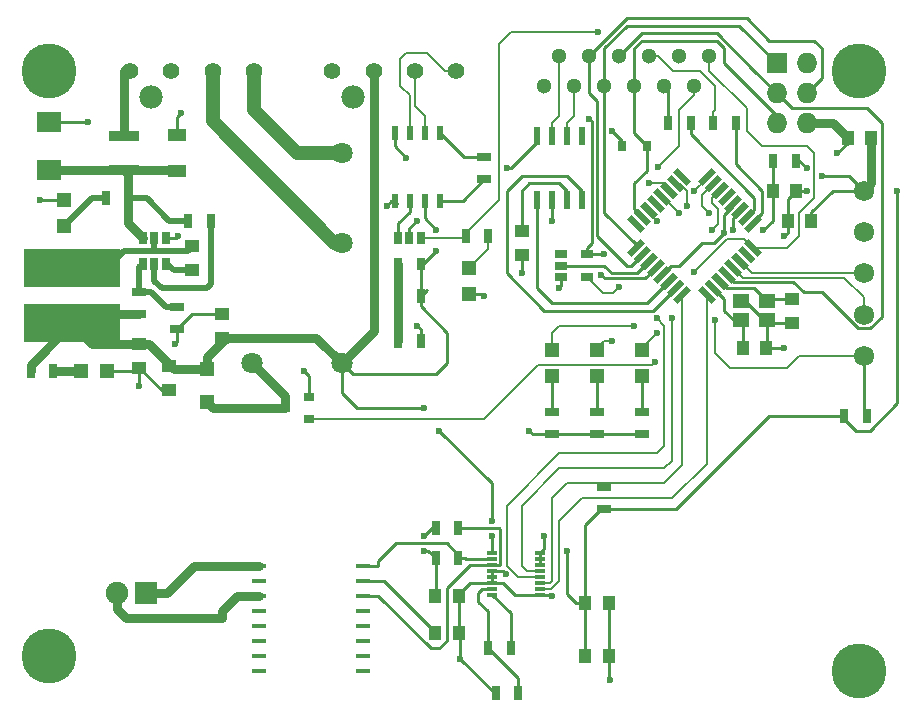
<source format=gtl>
G04 #@! TF.FileFunction,Copper,L1,Top,Signal*
%FSLAX46Y46*%
G04 Gerber Fmt 4.6, Leading zero omitted, Abs format (unit mm)*
G04 Created by KiCad (PCBNEW 4.0.7-e2-6376~58~ubuntu14.04.1) date Thu Feb  8 20:55:41 2018*
%MOMM*%
%LPD*%
G01*
G04 APERTURE LIST*
%ADD10C,0.100000*%
%ADD11R,1.200000X0.300000*%
%ADD12R,0.889000X0.305000*%
%ADD13R,1.600000X1.000000*%
%ADD14R,1.000000X1.250000*%
%ADD15R,1.250000X1.000000*%
%ADD16R,1.200000X1.200000*%
%ADD17R,2.159000X1.778000*%
%ADD18R,2.500000X0.900000*%
%ADD19C,4.648200*%
%ADD20C,1.397000*%
%ADD21C,1.981000*%
%ADD22R,1.900000X1.900000*%
%ADD23C,1.900000*%
%ADD24C,1.800000*%
%ADD25R,8.200000X3.300000*%
%ADD26R,1.727200X1.727200*%
%ADD27O,1.727200X1.727200*%
%ADD28R,0.900000X0.800000*%
%ADD29R,0.700000X1.300000*%
%ADD30R,1.300000X0.700000*%
%ADD31R,0.800000X0.900000*%
%ADD32C,1.300000*%
%ADD33R,0.600000X1.550000*%
%ADD34R,0.650000X1.060000*%
%ADD35R,1.060000X0.650000*%
%ADD36R,0.490000X1.270000*%
%ADD37R,1.400000X1.200000*%
%ADD38C,1.724000*%
%ADD39C,0.600000*%
%ADD40C,0.508000*%
%ADD41C,0.762000*%
%ADD42C,0.254000*%
%ADD43C,0.152400*%
%ADD44C,1.200000*%
G04 APERTURE END LIST*
D10*
D11*
X154850000Y-116840000D03*
X146050000Y-107950000D03*
X146050000Y-109220000D03*
X146050000Y-110490000D03*
X146050000Y-111760000D03*
X146050000Y-113030000D03*
X146050000Y-114300000D03*
X146050000Y-115570000D03*
X146050000Y-116840000D03*
X154850000Y-115570000D03*
X154850000Y-114300000D03*
X154850000Y-113030000D03*
X154850000Y-111760000D03*
X154850000Y-110490000D03*
X154850000Y-109220000D03*
X154850000Y-107950000D03*
D12*
X169820000Y-110395000D03*
X169820000Y-109895000D03*
X169820000Y-109395000D03*
X169820000Y-108895000D03*
X169820000Y-108395000D03*
X169820000Y-107895000D03*
X169820000Y-107395000D03*
X169820000Y-106895000D03*
X165720001Y-106895000D03*
X165720001Y-107395000D03*
X165720001Y-107895000D03*
X165720001Y-108395000D03*
X165720001Y-108895000D03*
X165720001Y-109395000D03*
X165720001Y-109895000D03*
X165720001Y-110395000D03*
D13*
X139065000Y-74525000D03*
X139065000Y-71525000D03*
D14*
X192770000Y-78740000D03*
X190770000Y-78740000D03*
X189500000Y-76200000D03*
X191500000Y-76200000D03*
D15*
X168275000Y-79645000D03*
X168275000Y-81645000D03*
X140335000Y-82915000D03*
X140335000Y-80915000D03*
X135890000Y-89170000D03*
X135890000Y-91170000D03*
X191135000Y-85360000D03*
X191135000Y-87360000D03*
D14*
X186960000Y-89535000D03*
X188960000Y-89535000D03*
X197850000Y-71755000D03*
X195850000Y-71755000D03*
X173625000Y-111125000D03*
X175625000Y-111125000D03*
X173625000Y-115570000D03*
X175625000Y-115570000D03*
X160925000Y-110490000D03*
X162925000Y-110490000D03*
X160925000Y-113665000D03*
X162925000Y-113665000D03*
D16*
X129540000Y-79205000D03*
X129540000Y-77005000D03*
X130980000Y-91440000D03*
X133180000Y-91440000D03*
X141605000Y-91310000D03*
X141605000Y-94110000D03*
D17*
X128270000Y-70358000D03*
X128270000Y-74422000D03*
D16*
X170815000Y-89705000D03*
X170815000Y-91905000D03*
X174625000Y-89705000D03*
X174625000Y-91905000D03*
X178435000Y-89705000D03*
X178435000Y-91905000D03*
X163830000Y-82720000D03*
X163830000Y-84920000D03*
D18*
X134620000Y-71575000D03*
X134620000Y-74475000D03*
D10*
G36*
X177523666Y-81795445D02*
X177134757Y-81406536D01*
X178266128Y-80275165D01*
X178655037Y-80664074D01*
X177523666Y-81795445D01*
X177523666Y-81795445D01*
G37*
G36*
X178089352Y-82361130D02*
X177700443Y-81972221D01*
X178831814Y-80840850D01*
X179220723Y-81229759D01*
X178089352Y-82361130D01*
X178089352Y-82361130D01*
G37*
G36*
X178655037Y-82926816D02*
X178266128Y-82537907D01*
X179397499Y-81406536D01*
X179786408Y-81795445D01*
X178655037Y-82926816D01*
X178655037Y-82926816D01*
G37*
G36*
X179220722Y-83492501D02*
X178831813Y-83103592D01*
X179963184Y-81972221D01*
X180352093Y-82361130D01*
X179220722Y-83492501D01*
X179220722Y-83492501D01*
G37*
G36*
X179786408Y-84058187D02*
X179397499Y-83669278D01*
X180528870Y-82537907D01*
X180917779Y-82926816D01*
X179786408Y-84058187D01*
X179786408Y-84058187D01*
G37*
G36*
X180352093Y-84623872D02*
X179963184Y-84234963D01*
X181094555Y-83103592D01*
X181483464Y-83492501D01*
X180352093Y-84623872D01*
X180352093Y-84623872D01*
G37*
G36*
X180917779Y-85189557D02*
X180528870Y-84800648D01*
X181660241Y-83669277D01*
X182049150Y-84058186D01*
X180917779Y-85189557D01*
X180917779Y-85189557D01*
G37*
G36*
X181483464Y-85755243D02*
X181094555Y-85366334D01*
X182225926Y-84234963D01*
X182614835Y-84623872D01*
X181483464Y-85755243D01*
X181483464Y-85755243D01*
G37*
G36*
X184665445Y-85366334D02*
X184276536Y-85755243D01*
X183145165Y-84623872D01*
X183534074Y-84234963D01*
X184665445Y-85366334D01*
X184665445Y-85366334D01*
G37*
G36*
X185231130Y-84800648D02*
X184842221Y-85189557D01*
X183710850Y-84058186D01*
X184099759Y-83669277D01*
X185231130Y-84800648D01*
X185231130Y-84800648D01*
G37*
G36*
X185796816Y-84234963D02*
X185407907Y-84623872D01*
X184276536Y-83492501D01*
X184665445Y-83103592D01*
X185796816Y-84234963D01*
X185796816Y-84234963D01*
G37*
G36*
X186362501Y-83669278D02*
X185973592Y-84058187D01*
X184842221Y-82926816D01*
X185231130Y-82537907D01*
X186362501Y-83669278D01*
X186362501Y-83669278D01*
G37*
G36*
X186928187Y-83103592D02*
X186539278Y-83492501D01*
X185407907Y-82361130D01*
X185796816Y-81972221D01*
X186928187Y-83103592D01*
X186928187Y-83103592D01*
G37*
G36*
X187493872Y-82537907D02*
X187104963Y-82926816D01*
X185973592Y-81795445D01*
X186362501Y-81406536D01*
X187493872Y-82537907D01*
X187493872Y-82537907D01*
G37*
G36*
X188059557Y-81972221D02*
X187670648Y-82361130D01*
X186539277Y-81229759D01*
X186928186Y-80840850D01*
X188059557Y-81972221D01*
X188059557Y-81972221D01*
G37*
G36*
X188625243Y-81406536D02*
X188236334Y-81795445D01*
X187104963Y-80664074D01*
X187493872Y-80275165D01*
X188625243Y-81406536D01*
X188625243Y-81406536D01*
G37*
G36*
X187493872Y-79744835D02*
X187104963Y-79355926D01*
X188236334Y-78224555D01*
X188625243Y-78613464D01*
X187493872Y-79744835D01*
X187493872Y-79744835D01*
G37*
G36*
X186928186Y-79179150D02*
X186539277Y-78790241D01*
X187670648Y-77658870D01*
X188059557Y-78047779D01*
X186928186Y-79179150D01*
X186928186Y-79179150D01*
G37*
G36*
X186362501Y-78613464D02*
X185973592Y-78224555D01*
X187104963Y-77093184D01*
X187493872Y-77482093D01*
X186362501Y-78613464D01*
X186362501Y-78613464D01*
G37*
G36*
X185796816Y-78047779D02*
X185407907Y-77658870D01*
X186539278Y-76527499D01*
X186928187Y-76916408D01*
X185796816Y-78047779D01*
X185796816Y-78047779D01*
G37*
G36*
X185231130Y-77482093D02*
X184842221Y-77093184D01*
X185973592Y-75961813D01*
X186362501Y-76350722D01*
X185231130Y-77482093D01*
X185231130Y-77482093D01*
G37*
G36*
X184665445Y-76916408D02*
X184276536Y-76527499D01*
X185407907Y-75396128D01*
X185796816Y-75785037D01*
X184665445Y-76916408D01*
X184665445Y-76916408D01*
G37*
G36*
X184099759Y-76350723D02*
X183710850Y-75961814D01*
X184842221Y-74830443D01*
X185231130Y-75219352D01*
X184099759Y-76350723D01*
X184099759Y-76350723D01*
G37*
G36*
X183534074Y-75785037D02*
X183145165Y-75396128D01*
X184276536Y-74264757D01*
X184665445Y-74653666D01*
X183534074Y-75785037D01*
X183534074Y-75785037D01*
G37*
G36*
X182614835Y-75396128D02*
X182225926Y-75785037D01*
X181094555Y-74653666D01*
X181483464Y-74264757D01*
X182614835Y-75396128D01*
X182614835Y-75396128D01*
G37*
G36*
X182049150Y-75961814D02*
X181660241Y-76350723D01*
X180528870Y-75219352D01*
X180917779Y-74830443D01*
X182049150Y-75961814D01*
X182049150Y-75961814D01*
G37*
G36*
X181483464Y-76527499D02*
X181094555Y-76916408D01*
X179963184Y-75785037D01*
X180352093Y-75396128D01*
X181483464Y-76527499D01*
X181483464Y-76527499D01*
G37*
G36*
X180917779Y-77093184D02*
X180528870Y-77482093D01*
X179397499Y-76350722D01*
X179786408Y-75961813D01*
X180917779Y-77093184D01*
X180917779Y-77093184D01*
G37*
G36*
X180352093Y-77658870D02*
X179963184Y-78047779D01*
X178831813Y-76916408D01*
X179220722Y-76527499D01*
X180352093Y-77658870D01*
X180352093Y-77658870D01*
G37*
G36*
X179786408Y-78224555D02*
X179397499Y-78613464D01*
X178266128Y-77482093D01*
X178655037Y-77093184D01*
X179786408Y-78224555D01*
X179786408Y-78224555D01*
G37*
G36*
X179220723Y-78790241D02*
X178831814Y-79179150D01*
X177700443Y-78047779D01*
X178089352Y-77658870D01*
X179220723Y-78790241D01*
X179220723Y-78790241D01*
G37*
G36*
X178655037Y-79355926D02*
X178266128Y-79744835D01*
X177134757Y-78613464D01*
X177523666Y-78224555D01*
X178655037Y-79355926D01*
X178655037Y-79355926D01*
G37*
D19*
X196850000Y-116840000D03*
X128270000Y-66040000D03*
X128270000Y-115570000D03*
X196850000Y-66040000D03*
D20*
X155730000Y-66040000D03*
X152230000Y-66040000D03*
D21*
X153980000Y-68270000D03*
D20*
X159230000Y-66040000D03*
X162730000Y-66040000D03*
D22*
X136485000Y-110295000D03*
D23*
X133985000Y-110295000D03*
D24*
X153035000Y-90805000D03*
X153035000Y-80645000D03*
X153035000Y-73025000D03*
X145415000Y-90805000D03*
D25*
X130175000Y-82740000D03*
X130175000Y-87440000D03*
D26*
X189865000Y-65405000D03*
D27*
X192405000Y-65405000D03*
X189865000Y-67945000D03*
X192405000Y-67945000D03*
X189865000Y-70485000D03*
X192405000Y-70485000D03*
D28*
X150275000Y-95565000D03*
X150275000Y-93665000D03*
X148175000Y-94615000D03*
D29*
X134935000Y-76835000D03*
X133035000Y-76835000D03*
X186370000Y-70485000D03*
X184470000Y-70485000D03*
X182560000Y-70485000D03*
X180660000Y-70485000D03*
X140020000Y-78740000D03*
X141920000Y-78740000D03*
X191450000Y-73660000D03*
X189550000Y-73660000D03*
D30*
X139065000Y-86045000D03*
X139065000Y-87945000D03*
X135890000Y-84775000D03*
X135890000Y-86675000D03*
D29*
X126685000Y-91440000D03*
X128585000Y-91440000D03*
D31*
X176750000Y-72390000D03*
X178850000Y-72390000D03*
D30*
X170815000Y-94935000D03*
X170815000Y-96835000D03*
X174625000Y-94935000D03*
X174625000Y-96835000D03*
X178435000Y-94935000D03*
X178435000Y-96835000D03*
X165100000Y-73345000D03*
X165100000Y-75245000D03*
D29*
X159700000Y-85090000D03*
X157800000Y-85090000D03*
X157800000Y-88900000D03*
X159700000Y-88900000D03*
X163515000Y-80010000D03*
X165415000Y-80010000D03*
D30*
X175260000Y-103185000D03*
X175260000Y-101285000D03*
D29*
X165420000Y-114935000D03*
X167320000Y-114935000D03*
X166055000Y-118745000D03*
X167955000Y-118745000D03*
X162875000Y-107315000D03*
X160975000Y-107315000D03*
X160975000Y-104775000D03*
X162875000Y-104775000D03*
D32*
X175260000Y-67310000D03*
X172720000Y-67310000D03*
X170180000Y-67310000D03*
X177800000Y-67310000D03*
X171450000Y-64770000D03*
X173990000Y-64770000D03*
X176530000Y-64770000D03*
X179070000Y-64770000D03*
X180340000Y-67310000D03*
X181610000Y-64770000D03*
X182880000Y-67310000D03*
X184150000Y-64770000D03*
D33*
X169545000Y-76995000D03*
X170815000Y-76995000D03*
X172085000Y-76995000D03*
X173355000Y-76995000D03*
X173355000Y-71595000D03*
X172085000Y-71595000D03*
X170815000Y-71595000D03*
X169545000Y-71595000D03*
D34*
X138110000Y-80180000D03*
X137160000Y-80180000D03*
X136210000Y-80180000D03*
X136210000Y-82380000D03*
X138110000Y-82380000D03*
X137160000Y-82380000D03*
D35*
X171620000Y-81600000D03*
X171620000Y-82550000D03*
X171620000Y-83500000D03*
X173820000Y-83500000D03*
X173820000Y-81600000D03*
D36*
X161325000Y-71295000D03*
X160055000Y-71295000D03*
X158785000Y-71295000D03*
X157515000Y-71295000D03*
X157515000Y-77095000D03*
X158785000Y-77095000D03*
X160055000Y-77095000D03*
X161325000Y-77095000D03*
D34*
X159700000Y-80180000D03*
X158750000Y-80180000D03*
X157800000Y-80180000D03*
X157800000Y-82380000D03*
X159700000Y-82380000D03*
D37*
X189060000Y-85560000D03*
X186860000Y-85560000D03*
X186860000Y-87160000D03*
X189060000Y-87160000D03*
D20*
X138585000Y-66040000D03*
X135085000Y-66040000D03*
D21*
X136835000Y-68270000D03*
D20*
X142085000Y-66040000D03*
X145585000Y-66040000D03*
D38*
X197240000Y-76185000D03*
X197240000Y-79685000D03*
X197240000Y-83185000D03*
X197240000Y-86685000D03*
X197240000Y-90185000D03*
D15*
X138430000Y-91075000D03*
X138430000Y-93075000D03*
X142875000Y-88630000D03*
X142875000Y-86630000D03*
D29*
X195585000Y-95250000D03*
X197485000Y-95250000D03*
D39*
X194945000Y-73025000D03*
X192405000Y-76200000D03*
X158496000Y-73406000D03*
X167005000Y-74295000D03*
X170815000Y-110490000D03*
X190500000Y-80010000D03*
X149860000Y-91440000D03*
X159385000Y-87630000D03*
X170815000Y-78740000D03*
X190500000Y-89535000D03*
X159385000Y-78740000D03*
X156845000Y-77470000D03*
X168910000Y-96520000D03*
X166948723Y-108641277D03*
X165100000Y-85090000D03*
X168275000Y-83185000D03*
X171450000Y-84455000D03*
X185420000Y-79756000D03*
X135890000Y-92710000D03*
X138938000Y-89154000D03*
X139192000Y-80010000D03*
X127508000Y-76962000D03*
X139446000Y-69596000D03*
X131572000Y-70358000D03*
X163068000Y-115824000D03*
X175768000Y-117602000D03*
X161036000Y-81280000D03*
X161036000Y-79502000D03*
X175260000Y-81534000D03*
X175006000Y-83312000D03*
X173990000Y-70104000D03*
X193675000Y-74930000D03*
X192405000Y-74295000D03*
X200025000Y-76200000D03*
X170180000Y-105410000D03*
X172085000Y-106680000D03*
X175895000Y-71120000D03*
X165735000Y-105410000D03*
X165735000Y-104140000D03*
X161290000Y-96520000D03*
X160020000Y-94615000D03*
X188722000Y-79502000D03*
X186182000Y-79502000D03*
X160020000Y-106680000D03*
X160020000Y-105410000D03*
X179705000Y-78740000D03*
X177800000Y-87630000D03*
X175895000Y-88900000D03*
X179070000Y-75565000D03*
X179705000Y-88265000D03*
X182245000Y-77470000D03*
X182880000Y-83058000D03*
X179578000Y-90678000D03*
X184404000Y-79502000D03*
X184658000Y-87122000D03*
X174752000Y-62738000D03*
X184150000Y-78105000D03*
X182880000Y-76200000D03*
X180975000Y-86995000D03*
X179705000Y-86995000D03*
X181610000Y-78105000D03*
X176530000Y-84328000D03*
X179832000Y-74168000D03*
D40*
X140020000Y-78740000D02*
X138430000Y-78740000D01*
X136525000Y-76835000D02*
X134935000Y-76835000D01*
X138430000Y-78740000D02*
X136525000Y-76835000D01*
D41*
X134935000Y-76835000D02*
X134935000Y-78905000D01*
X134935000Y-78905000D02*
X136210000Y-80180000D01*
X134935000Y-76835000D02*
X134935000Y-74790000D01*
X134935000Y-74790000D02*
X134620000Y-74475000D01*
X134620000Y-74475000D02*
X139015000Y-74475000D01*
X139015000Y-74475000D02*
X139065000Y-74525000D01*
X134620000Y-74475000D02*
X128598000Y-74475000D01*
X128598000Y-74475000D02*
X128270000Y-74803000D01*
D42*
X169820000Y-110395000D02*
X167703000Y-110395000D01*
X167703000Y-110395000D02*
X166703000Y-109395000D01*
X166703000Y-109395000D02*
X165720001Y-109395000D01*
X165720001Y-109395000D02*
X165720001Y-108895000D01*
X165720001Y-108395000D02*
X165720001Y-108895000D01*
X195850000Y-71755000D02*
X195850000Y-72120000D01*
X195850000Y-72120000D02*
X194945000Y-73025000D01*
X191500000Y-76200000D02*
X192405000Y-76200000D01*
X157515000Y-71295000D02*
X157515000Y-72425000D01*
X157515000Y-72425000D02*
X158496000Y-73406000D01*
X169545000Y-71595000D02*
X169545000Y-72070000D01*
X169545000Y-72070000D02*
X167320000Y-74295000D01*
X167320000Y-74295000D02*
X167005000Y-74295000D01*
X169820000Y-110395000D02*
X170720000Y-110395000D01*
X170720000Y-110395000D02*
X170815000Y-110490000D01*
X190770000Y-78740000D02*
X190770000Y-79740000D01*
X190770000Y-79740000D02*
X190500000Y-80010000D01*
X150275000Y-93665000D02*
X150275000Y-91855000D01*
X150275000Y-91855000D02*
X149860000Y-91440000D01*
X159700000Y-88900000D02*
X159700000Y-87945000D01*
X159700000Y-87945000D02*
X159385000Y-87630000D01*
X170815000Y-76995000D02*
X170815000Y-78740000D01*
X188960000Y-89535000D02*
X190500000Y-89535000D01*
X158750000Y-80180000D02*
X158750000Y-79375000D01*
X158750000Y-79375000D02*
X159385000Y-78740000D01*
X157515000Y-77095000D02*
X157220000Y-77095000D01*
X157220000Y-77095000D02*
X156845000Y-77470000D01*
X170815000Y-96835000D02*
X169225000Y-96835000D01*
X169225000Y-96835000D02*
X168910000Y-96520000D01*
X165720001Y-108395000D02*
X166702446Y-108395000D01*
X166702446Y-108395000D02*
X166948723Y-108641277D01*
X162925000Y-110490000D02*
X162925000Y-110365000D01*
X162925000Y-110365000D02*
X163895000Y-109395000D01*
X163895000Y-109395000D02*
X165021501Y-109395000D01*
X165021501Y-109395000D02*
X165720001Y-109395000D01*
X163830000Y-84920000D02*
X164930000Y-84920000D01*
X164930000Y-84920000D02*
X165100000Y-85090000D01*
X168275000Y-81645000D02*
X168275000Y-83185000D01*
X171620000Y-83500000D02*
X171620000Y-84285000D01*
X171620000Y-84285000D02*
X171450000Y-84455000D01*
X174625000Y-96835000D02*
X178435000Y-96835000D01*
X170815000Y-96835000D02*
X174625000Y-96835000D01*
X183515000Y-80645000D02*
X184531000Y-80645000D01*
X184531000Y-80645000D02*
X185420000Y-79756000D01*
X181610000Y-82550000D02*
X183515000Y-80645000D01*
X180157639Y-83298047D02*
X180905686Y-82550000D01*
X180905686Y-82550000D02*
X181610000Y-82550000D01*
X142875000Y-86630000D02*
X140380000Y-86630000D01*
X140380000Y-86630000D02*
X139065000Y-87945000D01*
X138430000Y-93075000D02*
X137795000Y-93075000D01*
X137795000Y-93075000D02*
X135890000Y-91170000D01*
X186168047Y-77287639D02*
X186168047Y-77483953D01*
X186168047Y-77483953D02*
X185420000Y-78232000D01*
X185420000Y-78232000D02*
X185420000Y-79756000D01*
X190770000Y-78740000D02*
X190770000Y-76930000D01*
X190770000Y-76930000D02*
X191500000Y-76200000D01*
D41*
X192405000Y-70485000D02*
X194580000Y-70485000D01*
X194580000Y-70485000D02*
X195850000Y-71755000D01*
D42*
X135890000Y-91170000D02*
X135890000Y-92710000D01*
X133180000Y-91440000D02*
X135620000Y-91440000D01*
X135620000Y-91440000D02*
X135890000Y-91170000D01*
X139065000Y-87945000D02*
X139065000Y-89027000D01*
X139065000Y-89027000D02*
X138938000Y-89154000D01*
X138110000Y-80180000D02*
X139022000Y-80180000D01*
X139022000Y-80180000D02*
X139192000Y-80010000D01*
X129540000Y-77005000D02*
X127551000Y-77005000D01*
X127551000Y-77005000D02*
X127508000Y-76962000D01*
X139065000Y-71525000D02*
X139065000Y-69977000D01*
X139065000Y-69977000D02*
X139446000Y-69596000D01*
X128270000Y-70358000D02*
X131572000Y-70358000D01*
X166055000Y-118745000D02*
X165989000Y-118745000D01*
X165989000Y-118745000D02*
X163068000Y-115824000D01*
X162925000Y-110490000D02*
X162925000Y-113665000D01*
X162925000Y-113665000D02*
X163068000Y-113808000D01*
X163068000Y-113808000D02*
X163068000Y-115824000D01*
X175625000Y-115570000D02*
X175625000Y-117459000D01*
X175625000Y-117459000D02*
X175768000Y-117602000D01*
X175625000Y-111125000D02*
X175625000Y-115570000D01*
X157734000Y-77314000D02*
X157515000Y-77095000D01*
D41*
X152230000Y-66040000D02*
X151892000Y-66040000D01*
D42*
X191135000Y-87360000D02*
X189260000Y-87360000D01*
X189260000Y-87360000D02*
X189060000Y-87160000D01*
X189060000Y-87160000D02*
X189060000Y-89435000D01*
X189060000Y-89435000D02*
X188960000Y-89535000D01*
X189060000Y-87160000D02*
X188760000Y-87160000D01*
X188760000Y-87160000D02*
X187325000Y-85725000D01*
X187325000Y-85725000D02*
X186860000Y-85560000D01*
D41*
X153035000Y-90805000D02*
X155730000Y-88110000D01*
X155730000Y-88110000D02*
X155730000Y-66040000D01*
D42*
X169820000Y-107395000D02*
X169820000Y-106895000D01*
X169820000Y-107895000D02*
X169820000Y-107395000D01*
X159700000Y-82380000D02*
X159936000Y-82380000D01*
X159936000Y-82380000D02*
X161036000Y-81280000D01*
X161036000Y-79502000D02*
X160055000Y-78521000D01*
X160055000Y-78521000D02*
X160055000Y-77095000D01*
X159700000Y-82380000D02*
X159700000Y-82044600D01*
X175260000Y-81534000D02*
X173886000Y-81534000D01*
X173886000Y-81534000D02*
X173820000Y-81600000D01*
X179591953Y-82732361D02*
X178732905Y-83591409D01*
X178732905Y-83591409D02*
X175285409Y-83591409D01*
X175285409Y-83591409D02*
X175006000Y-83312000D01*
X174218590Y-78908340D02*
X174218590Y-70332590D01*
X174218590Y-70332590D02*
X173990000Y-70104000D01*
X173820000Y-81600000D02*
X173820000Y-81021000D01*
X173820000Y-81021000D02*
X174218590Y-80622410D01*
X174218590Y-80622410D02*
X174218590Y-78908340D01*
X193675000Y-74930000D02*
X195985000Y-74930000D01*
X195985000Y-74930000D02*
X197240000Y-76185000D01*
X191450000Y-73660000D02*
X191770000Y-73660000D01*
X191770000Y-73660000D02*
X192405000Y-74295000D01*
X200025000Y-94212922D02*
X200025000Y-76200000D01*
X196555000Y-96520000D02*
X197717922Y-96520000D01*
X197717922Y-96520000D02*
X200025000Y-94212922D01*
X195585000Y-95250000D02*
X195585000Y-95550000D01*
X195585000Y-95550000D02*
X196555000Y-96520000D01*
X181295000Y-103185000D02*
X189230000Y-95250000D01*
X189230000Y-95250000D02*
X195585000Y-95250000D01*
X175260000Y-103185000D02*
X181295000Y-103185000D01*
X170180000Y-105410000D02*
X170180000Y-106535000D01*
X170180000Y-106535000D02*
X169820000Y-106895000D01*
X172085000Y-110339000D02*
X172085000Y-106680000D01*
X173625000Y-111125000D02*
X172871000Y-111125000D01*
X172871000Y-111125000D02*
X172085000Y-110339000D01*
X173625000Y-111125000D02*
X173625000Y-104520000D01*
X173625000Y-104520000D02*
X174960000Y-103185000D01*
X174960000Y-103185000D02*
X175260000Y-103185000D01*
X176750000Y-72390000D02*
X176750000Y-71975000D01*
X176750000Y-71975000D02*
X175895000Y-71120000D01*
X165735000Y-105410000D02*
X165735000Y-106880001D01*
X165735000Y-106880001D02*
X165720001Y-106895000D01*
X165735000Y-100965000D02*
X165735000Y-104140000D01*
X161290000Y-96520000D02*
X165735000Y-100965000D01*
X154305000Y-94615000D02*
X160020000Y-94615000D01*
X153035000Y-93345000D02*
X154305000Y-94615000D01*
X153035000Y-90805000D02*
X153035000Y-93345000D01*
X161925000Y-90805000D02*
X161925000Y-88219000D01*
X161925000Y-88219000D02*
X159700000Y-85994000D01*
X159700000Y-85994000D02*
X159700000Y-85090000D01*
X161025001Y-91704999D02*
X161925000Y-90805000D01*
X153035000Y-90805000D02*
X153934999Y-91704999D01*
X153934999Y-91704999D02*
X161025001Y-91704999D01*
X155730000Y-71881000D02*
X155730000Y-66040000D01*
X192770000Y-78740000D02*
X192770000Y-77994000D01*
X194579000Y-76185000D02*
X197240000Y-76185000D01*
X192770000Y-77994000D02*
X194579000Y-76185000D01*
D41*
X197850000Y-71755000D02*
X197850000Y-75575000D01*
X197850000Y-75575000D02*
X197240000Y-76185000D01*
D42*
X159700000Y-82380000D02*
X159700000Y-85090000D01*
X159700000Y-85090000D02*
X160208000Y-84582000D01*
D41*
X135890000Y-89170000D02*
X136668000Y-89170000D01*
X138808000Y-91310000D02*
X141605000Y-91310000D01*
X136668000Y-89170000D02*
X138808000Y-91310000D01*
D42*
X173625000Y-115570000D02*
X173625000Y-111125000D01*
X173625000Y-111125000D02*
X173736000Y-111014000D01*
D41*
X141605000Y-91310000D02*
X141605000Y-90297000D01*
X141605000Y-90297000D02*
X143256000Y-88646000D01*
X143256000Y-88646000D02*
X150876000Y-88646000D01*
X150876000Y-88646000D02*
X153035000Y-90805000D01*
X135890000Y-86675000D02*
X130940000Y-86675000D01*
X130940000Y-86675000D02*
X130175000Y-87440000D01*
X135890000Y-89170000D02*
X131905000Y-89170000D01*
X131905000Y-89170000D02*
X130175000Y-87440000D01*
X126685000Y-91440000D02*
X126685000Y-90930000D01*
X126685000Y-90930000D02*
X130175000Y-87440000D01*
D40*
X130940000Y-86675000D02*
X130175000Y-87440000D01*
D42*
X186733732Y-77853324D02*
X186733732Y-77934268D01*
X186733732Y-77934268D02*
X186182000Y-78486000D01*
X189500000Y-78724000D02*
X189500000Y-76200000D01*
X188722000Y-79502000D02*
X189500000Y-78724000D01*
X186182000Y-78486000D02*
X186182000Y-79502000D01*
X189500000Y-76200000D02*
X189500000Y-73710000D01*
X189500000Y-73710000D02*
X189550000Y-73660000D01*
X186733732Y-78061268D02*
X186733732Y-77853324D01*
X172085000Y-76995000D02*
X172085000Y-76200000D01*
X168275000Y-76200000D02*
X168275000Y-79645000D01*
X168910000Y-75565000D02*
X168275000Y-76200000D01*
X171450000Y-75565000D02*
X168910000Y-75565000D01*
X172085000Y-76200000D02*
X171450000Y-75565000D01*
D40*
X140335000Y-82915000D02*
X138795000Y-82915000D01*
X138795000Y-82915000D02*
X138430000Y-82550000D01*
X138430000Y-82550000D02*
X138110000Y-82380000D01*
X137160000Y-81280000D02*
X139970000Y-81280000D01*
X139970000Y-81280000D02*
X140335000Y-80915000D01*
X137160000Y-80180000D02*
X137160000Y-81280000D01*
X134620000Y-81280000D02*
X133160000Y-82740000D01*
X137160000Y-81280000D02*
X134620000Y-81280000D01*
X133160000Y-82740000D02*
X130175000Y-82740000D01*
D42*
X191135000Y-85360000D02*
X189260000Y-85360000D01*
X189260000Y-85360000D02*
X189060000Y-85560000D01*
X189060000Y-85560000D02*
X189060000Y-85555000D01*
X189060000Y-85555000D02*
X187960000Y-84455000D01*
X187960000Y-84455000D02*
X185627944Y-84455000D01*
X185627944Y-84455000D02*
X185036676Y-83863732D01*
X186960000Y-89535000D02*
X186960000Y-87260000D01*
X186960000Y-87260000D02*
X186860000Y-87160000D01*
X186860000Y-87160000D02*
X186220000Y-87160000D01*
X186220000Y-87160000D02*
X185420000Y-86360000D01*
X185420000Y-86360000D02*
X185420000Y-85378427D01*
X185420000Y-85378427D02*
X184470990Y-84429417D01*
X160020000Y-106680000D02*
X160340000Y-106680000D01*
X160340000Y-106680000D02*
X160975000Y-107315000D01*
X160975000Y-104775000D02*
X160655000Y-104775000D01*
X160655000Y-104775000D02*
X160020000Y-105410000D01*
X160975000Y-107315000D02*
X160975000Y-110440000D01*
X160975000Y-110440000D02*
X160925000Y-110490000D01*
X156120000Y-109220000D02*
X154850000Y-109220000D01*
X158115000Y-110730000D02*
X158080000Y-110730000D01*
X158080000Y-110730000D02*
X156570000Y-109220000D01*
X156570000Y-109220000D02*
X156120000Y-109220000D01*
X160925000Y-113665000D02*
X160925000Y-113540000D01*
X160925000Y-113540000D02*
X158115000Y-110730000D01*
D40*
X133035000Y-76835000D02*
X131910000Y-76835000D01*
X131910000Y-76835000D02*
X129540000Y-79205000D01*
D41*
X130980000Y-91440000D02*
X128585000Y-91440000D01*
X148175000Y-94615000D02*
X148175000Y-93565000D01*
X148175000Y-93565000D02*
X145415000Y-90805000D01*
X148175000Y-94615000D02*
X142110000Y-94615000D01*
X142110000Y-94615000D02*
X141605000Y-94110000D01*
D43*
X142110000Y-94615000D02*
X141605000Y-94110000D01*
X179026268Y-77853324D02*
X179026268Y-78061268D01*
X179026268Y-78061268D02*
X179705000Y-78740000D01*
X177800000Y-87630000D02*
X171450000Y-87630000D01*
X171450000Y-87630000D02*
X170815000Y-88265000D01*
X170815000Y-88265000D02*
X170815000Y-89705000D01*
D42*
X170815000Y-91905000D02*
X170815000Y-94935000D01*
D43*
X174625000Y-89705000D02*
X174625000Y-89535000D01*
X174625000Y-89535000D02*
X175260000Y-88900000D01*
X175260000Y-88900000D02*
X175895000Y-88900000D01*
X179070000Y-75565000D02*
X180340000Y-75565000D01*
X180340000Y-75565000D02*
X180723324Y-75948324D01*
X180723324Y-75948324D02*
X180723324Y-76156268D01*
D42*
X174625000Y-91905000D02*
X174625000Y-94935000D01*
D43*
X178435000Y-89705000D02*
X178435000Y-89535000D01*
X178435000Y-89535000D02*
X179705000Y-88265000D01*
X182245000Y-77470000D02*
X182245000Y-76200000D01*
X182245000Y-76200000D02*
X181635583Y-75590583D01*
X181635583Y-75590583D02*
X181289010Y-75590583D01*
D42*
X178435000Y-91905000D02*
X178435000Y-94935000D01*
D43*
X165415000Y-80010000D02*
X165415000Y-81135000D01*
X165415000Y-81135000D02*
X163830000Y-82720000D01*
D41*
X135085000Y-66040000D02*
X134620000Y-66040000D01*
X134620000Y-66040000D02*
X134620000Y-71575000D01*
D42*
X175260000Y-67310000D02*
X175260000Y-64135000D01*
X186690000Y-62230000D02*
X189865000Y-65405000D01*
X177165000Y-62230000D02*
X186690000Y-62230000D01*
X175260000Y-64135000D02*
X177165000Y-62230000D01*
X177894897Y-81035305D02*
X177894897Y-80739897D01*
X177894897Y-80739897D02*
X175260000Y-78105000D01*
X175260000Y-78105000D02*
X175260000Y-67310000D01*
X192405000Y-67945000D02*
X193675000Y-66675000D01*
X177165000Y-61595000D02*
X173990000Y-64770000D01*
X187325000Y-61595000D02*
X177165000Y-61595000D01*
X189230000Y-63500000D02*
X187325000Y-61595000D01*
X193040000Y-63500000D02*
X189230000Y-63500000D01*
X193675000Y-64135000D02*
X193040000Y-63500000D01*
X193675000Y-66675000D02*
X193675000Y-64135000D01*
X173990000Y-64770000D02*
X173990000Y-67945000D01*
X177511573Y-82550000D02*
X178460583Y-81600990D01*
X177165000Y-82550000D02*
X177511573Y-82550000D01*
X174625000Y-80010000D02*
X177165000Y-82550000D01*
X174625000Y-78740000D02*
X174625000Y-80010000D01*
X174625000Y-68580000D02*
X174625000Y-78740000D01*
X173990000Y-67945000D02*
X174625000Y-68580000D01*
X171620000Y-82550000D02*
X175260000Y-82550000D01*
X178007944Y-83185000D02*
X179026268Y-82166676D01*
X175895000Y-83185000D02*
X178007944Y-83185000D01*
X175260000Y-82550000D02*
X175895000Y-83185000D01*
X169545000Y-76995000D02*
X169545000Y-84455000D01*
X178862056Y-85725000D02*
X180723324Y-83863732D01*
X170815000Y-85725000D02*
X178862056Y-85725000D01*
X169545000Y-84455000D02*
X170815000Y-85725000D01*
X173355000Y-76995000D02*
X173355000Y-76200000D01*
X179358427Y-86360000D02*
X181289010Y-84429417D01*
X170180000Y-86360000D02*
X179358427Y-86360000D01*
X167005000Y-83185000D02*
X170180000Y-86360000D01*
X167005000Y-76200000D02*
X167005000Y-83185000D01*
X168275000Y-74930000D02*
X167005000Y-76200000D01*
X172085000Y-74930000D02*
X168275000Y-74930000D01*
X173355000Y-76200000D02*
X172085000Y-74930000D01*
D43*
X180340000Y-100965000D02*
X175260000Y-100965000D01*
X175260000Y-100965000D02*
X172085000Y-100965000D01*
D42*
X175260000Y-101285000D02*
X175260000Y-100965000D01*
D43*
X181854695Y-84995103D02*
X181854695Y-99450305D01*
X170640000Y-109395000D02*
X169820000Y-109395000D01*
X170815000Y-109220000D02*
X170640000Y-109395000D01*
X170815000Y-108585000D02*
X170815000Y-109220000D01*
X170815000Y-102235000D02*
X170815000Y-108585000D01*
X172085000Y-100965000D02*
X170815000Y-102235000D01*
X181854695Y-99450305D02*
X180340000Y-100965000D01*
X183905305Y-84995103D02*
X183905305Y-99304695D01*
X170775000Y-109895000D02*
X169820000Y-109895000D01*
X171450000Y-109220000D02*
X170775000Y-109895000D01*
X171450000Y-104140000D02*
X171450000Y-109220000D01*
X173355000Y-102235000D02*
X171450000Y-104140000D01*
X180975000Y-102235000D02*
X173355000Y-102235000D01*
X183905305Y-99304695D02*
X180975000Y-102235000D01*
D42*
X193675000Y-84809274D02*
X192124274Y-84809274D01*
X192124274Y-84809274D02*
X191249442Y-83934442D01*
X191249442Y-83934442D02*
X186238756Y-83934442D01*
X186238756Y-83934442D02*
X185602361Y-83298047D01*
X198755000Y-70485000D02*
X198755000Y-86859274D01*
X198755000Y-86859274D02*
X197787873Y-87826401D01*
X197787873Y-87826401D02*
X196692127Y-87826401D01*
X196692127Y-87826401D02*
X193675000Y-84809274D01*
X197485000Y-69215000D02*
X198755000Y-70485000D01*
X191135000Y-69215000D02*
X197485000Y-69215000D01*
X189865000Y-67945000D02*
X191135000Y-69215000D01*
X176530000Y-64770000D02*
X178435000Y-62865000D01*
X187960000Y-66040000D02*
X189865000Y-67945000D01*
X184785000Y-62865000D02*
X187960000Y-66040000D01*
X178435000Y-62865000D02*
X184785000Y-62865000D01*
D43*
X197240000Y-86685000D02*
X197240000Y-85226000D01*
X187001686Y-83566000D02*
X186168047Y-82732361D01*
X195580000Y-83566000D02*
X187001686Y-83566000D01*
X197240000Y-85226000D02*
X195580000Y-83566000D01*
X197240000Y-83185000D02*
X187752056Y-83185000D01*
X187752056Y-83185000D02*
X186733732Y-82166676D01*
X150275000Y-95565000D02*
X165039000Y-95565000D01*
X187093798Y-80264000D02*
X187865103Y-81035305D01*
X185674000Y-80264000D02*
X187093798Y-80264000D01*
X182880000Y-83058000D02*
X185674000Y-80264000D01*
X179324000Y-90932000D02*
X179578000Y-90678000D01*
X169672000Y-90932000D02*
X179324000Y-90932000D01*
X165039000Y-95565000D02*
X169672000Y-90932000D01*
X184150000Y-64770000D02*
X184150000Y-66040000D01*
X190744695Y-81035305D02*
X187865103Y-81035305D01*
X191770000Y-80010000D02*
X190744695Y-81035305D01*
X191770000Y-78105000D02*
X191770000Y-80010000D01*
X193040000Y-76835000D02*
X191770000Y-78105000D01*
X193040000Y-73025000D02*
X193040000Y-76835000D01*
X192405000Y-72390000D02*
X193040000Y-73025000D01*
X188595000Y-72390000D02*
X192405000Y-72390000D01*
X187325000Y-71120000D02*
X188595000Y-72390000D01*
X187325000Y-69215000D02*
X187325000Y-71120000D01*
X184150000Y-66040000D02*
X187325000Y-69215000D01*
D42*
X186370000Y-70485000D02*
X186370000Y-73975000D01*
X188595000Y-78105000D02*
X187865103Y-78834897D01*
X188595000Y-76200000D02*
X188595000Y-78105000D01*
X186370000Y-73975000D02*
X188595000Y-76200000D01*
X187865103Y-78834897D02*
X187865103Y-78984695D01*
X182560000Y-70485000D02*
X182560000Y-71435000D01*
X187960000Y-77758427D02*
X187299417Y-78419010D01*
X187960000Y-76835000D02*
X187960000Y-77758427D01*
X182560000Y-71435000D02*
X187960000Y-76835000D01*
X197240000Y-90185000D02*
X197240000Y-95005000D01*
X197240000Y-95005000D02*
X197485000Y-95250000D01*
D43*
X197240000Y-90185000D02*
X191755000Y-90185000D01*
X184404000Y-76788944D02*
X185036676Y-76156268D01*
X184404000Y-77216000D02*
X184404000Y-76788944D01*
X184912000Y-77724000D02*
X184404000Y-77216000D01*
X184912000Y-78994000D02*
X184912000Y-77724000D01*
X184404000Y-79502000D02*
X184912000Y-78994000D01*
X184658000Y-89916000D02*
X184658000Y-87122000D01*
X185928000Y-91186000D02*
X184658000Y-89916000D01*
X190754000Y-91186000D02*
X185928000Y-91186000D01*
X191755000Y-90185000D02*
X190754000Y-91186000D01*
X163515000Y-80010000D02*
X163515000Y-79817000D01*
X163515000Y-79817000D02*
X166370000Y-76962000D01*
X167386000Y-62738000D02*
X174752000Y-62738000D01*
X166370000Y-63754000D02*
X167386000Y-62738000D01*
X166370000Y-76962000D02*
X166370000Y-63754000D01*
X159700000Y-80180000D02*
X163345000Y-80180000D01*
X163345000Y-80180000D02*
X163515000Y-80010000D01*
X183515000Y-76546573D02*
X184470990Y-75590583D01*
X183515000Y-77470000D02*
X183515000Y-76546573D01*
X184150000Y-78105000D02*
X183515000Y-77470000D01*
X183905305Y-75024897D02*
X183905305Y-75174695D01*
X183905305Y-75174695D02*
X182880000Y-76200000D01*
X180975000Y-86995000D02*
X180975000Y-99060000D01*
X180975000Y-99060000D02*
X180340000Y-99695000D01*
X180340000Y-99695000D02*
X171450000Y-99695000D01*
X171450000Y-99695000D02*
X168275000Y-102870000D01*
X168275000Y-102870000D02*
X168275000Y-107950000D01*
X168275000Y-107950000D02*
X168720000Y-108395000D01*
X168720000Y-108395000D02*
X169820000Y-108395000D01*
X180157639Y-76721953D02*
X180226953Y-76721953D01*
X180226953Y-76721953D02*
X181610000Y-78105000D01*
X167950000Y-108895000D02*
X169820000Y-108895000D01*
X167005000Y-107950000D02*
X167950000Y-108895000D01*
X167005000Y-102870000D02*
X167005000Y-107950000D01*
X171450000Y-98425000D02*
X167005000Y-102870000D01*
X179705000Y-98425000D02*
X171450000Y-98425000D01*
X180340000Y-97790000D02*
X179705000Y-98425000D01*
X180340000Y-87630000D02*
X180340000Y-97790000D01*
X179705000Y-86995000D02*
X180340000Y-87630000D01*
D42*
X189865000Y-70485000D02*
X189865000Y-69850000D01*
X189865000Y-69850000D02*
X185420000Y-65405000D01*
X185420000Y-65405000D02*
X185420000Y-64135000D01*
X185420000Y-64135000D02*
X184785000Y-63500000D01*
X184785000Y-63500000D02*
X178435000Y-63500000D01*
X178435000Y-63500000D02*
X177800000Y-64135000D01*
X177800000Y-64135000D02*
X177800000Y-67310000D01*
X178850000Y-72390000D02*
X178850000Y-74515000D01*
X177800000Y-77758427D02*
X178460583Y-78419010D01*
X177800000Y-75565000D02*
X177800000Y-77758427D01*
X178850000Y-74515000D02*
X177800000Y-75565000D01*
X177800000Y-67310000D02*
X177800000Y-71340000D01*
X177800000Y-71340000D02*
X178850000Y-72390000D01*
D41*
X153035000Y-80645000D02*
X152400000Y-80645000D01*
D44*
X152400000Y-80645000D02*
X142085000Y-70330000D01*
X142085000Y-70330000D02*
X142085000Y-66040000D01*
X153035000Y-73025000D02*
X149225000Y-73025000D01*
X149225000Y-73025000D02*
X145585000Y-69385000D01*
X145585000Y-69385000D02*
X145585000Y-66040000D01*
D43*
X159230000Y-66040000D02*
X159230000Y-69060000D01*
X160055000Y-69885000D02*
X160055000Y-71295000D01*
X159230000Y-69060000D02*
X160055000Y-69885000D01*
X162730000Y-66040000D02*
X161798000Y-66040000D01*
X158785000Y-68107000D02*
X158785000Y-71295000D01*
X157988000Y-67310000D02*
X158785000Y-68107000D01*
X157988000Y-65024000D02*
X157988000Y-67310000D01*
X158496000Y-64516000D02*
X157988000Y-65024000D01*
X160274000Y-64516000D02*
X158496000Y-64516000D01*
X161798000Y-66040000D02*
X160274000Y-64516000D01*
D41*
X146050000Y-107950000D02*
X140542000Y-107950000D01*
X136485000Y-110295000D02*
X138197000Y-110295000D01*
X138197000Y-110295000D02*
X140542000Y-107950000D01*
X142875000Y-111760000D02*
X144145000Y-110490000D01*
X144145000Y-110490000D02*
X146050000Y-110490000D01*
X142875000Y-112395000D02*
X142875000Y-111760000D01*
X134741498Y-112395000D02*
X142875000Y-112395000D01*
X133985000Y-110295000D02*
X133985000Y-111638502D01*
X133985000Y-111638502D02*
X134741498Y-112395000D01*
D43*
X179070000Y-64770000D02*
X179832000Y-64770000D01*
X184470000Y-69530000D02*
X184470000Y-70485000D01*
X184658000Y-69342000D02*
X184470000Y-69530000D01*
X184658000Y-67310000D02*
X184658000Y-69342000D01*
X183388000Y-66040000D02*
X184658000Y-67310000D01*
X181102000Y-66040000D02*
X183388000Y-66040000D01*
X179832000Y-64770000D02*
X181102000Y-66040000D01*
D42*
X184470000Y-70485000D02*
X184470000Y-70170000D01*
X180660000Y-70485000D02*
X180660000Y-67630000D01*
X180660000Y-67630000D02*
X180340000Y-67310000D01*
D40*
X141920000Y-78740000D02*
X141920000Y-84140000D01*
X137160000Y-83820000D02*
X137160000Y-82380000D01*
X137795000Y-84455000D02*
X137160000Y-83820000D01*
X141605000Y-84455000D02*
X137795000Y-84455000D01*
X141920000Y-84140000D02*
X141605000Y-84455000D01*
X139065000Y-86045000D02*
X138115000Y-86045000D01*
X136845000Y-84775000D02*
X135890000Y-84775000D01*
X138115000Y-86045000D02*
X136845000Y-84775000D01*
X135890000Y-84775000D02*
X135890000Y-82700000D01*
X135890000Y-82700000D02*
X136210000Y-82380000D01*
D42*
X165100000Y-73345000D02*
X163375000Y-73345000D01*
X163375000Y-73345000D02*
X161325000Y-71295000D01*
X161325000Y-77095000D02*
X163250000Y-77095000D01*
X163250000Y-77095000D02*
X165100000Y-75245000D01*
D41*
X157800000Y-85090000D02*
X157800000Y-82380000D01*
X157800000Y-88900000D02*
X157800000Y-85090000D01*
D42*
X165420000Y-114935000D02*
X165420000Y-111826000D01*
X164933000Y-109895000D02*
X165720001Y-109895000D01*
X164592000Y-110236000D02*
X164933000Y-109895000D01*
X164592000Y-110998000D02*
X164592000Y-110236000D01*
X165420000Y-111826000D02*
X164592000Y-110998000D01*
X167955000Y-118745000D02*
X167955000Y-117470000D01*
X167955000Y-117470000D02*
X165420000Y-114935000D01*
X167320000Y-114935000D02*
X167320000Y-111994999D01*
X167320000Y-111994999D02*
X165720001Y-110395000D01*
X154850000Y-107950000D02*
X156120000Y-107950000D01*
X157621000Y-106045000D02*
X161905000Y-106045000D01*
X161905000Y-106045000D02*
X162875000Y-107015000D01*
X162875000Y-107015000D02*
X162875000Y-107315000D01*
X156120000Y-107950000D02*
X156120000Y-107546000D01*
X156120000Y-107546000D02*
X157621000Y-106045000D01*
X162875000Y-107315000D02*
X163479000Y-107315000D01*
X163479000Y-107315000D02*
X163559000Y-107395000D01*
X163559000Y-107395000D02*
X165021501Y-107395000D01*
X165021501Y-107395000D02*
X165720001Y-107395000D01*
X156122078Y-110490000D02*
X154850000Y-110490000D01*
X161925000Y-114292922D02*
X161925000Y-109862078D01*
X161925000Y-109862078D02*
X163892078Y-107895000D01*
X163892078Y-107895000D02*
X165021501Y-107895000D01*
X165021501Y-107895000D02*
X165720001Y-107895000D01*
X156120000Y-110490000D02*
X156122078Y-110490000D01*
X156122078Y-110490000D02*
X160567078Y-114935000D01*
X160567078Y-114935000D02*
X161282922Y-114935000D01*
X161282922Y-114935000D02*
X161925000Y-114292922D01*
X165720001Y-107895000D02*
X166418501Y-107895000D01*
X166443902Y-104848902D02*
X166370000Y-104775000D01*
X166418501Y-107895000D02*
X166443902Y-107869599D01*
X166443902Y-107869599D02*
X166443902Y-104848902D01*
X166370000Y-104775000D02*
X162875000Y-104775000D01*
X162875000Y-105095000D02*
X162875000Y-104775000D01*
D43*
X172720000Y-67310000D02*
X172720000Y-69850000D01*
X172085000Y-70485000D02*
X172085000Y-71595000D01*
X172720000Y-69850000D02*
X172085000Y-70485000D01*
X171450000Y-64770000D02*
X171450000Y-69850000D01*
X170815000Y-70485000D02*
X170815000Y-71595000D01*
X171450000Y-69850000D02*
X170815000Y-70485000D01*
X182880000Y-67310000D02*
X182880000Y-68072000D01*
X175156000Y-84836000D02*
X173820000Y-83500000D01*
X176022000Y-84836000D02*
X175156000Y-84836000D01*
X176530000Y-84328000D02*
X176022000Y-84836000D01*
X181610000Y-72390000D02*
X179832000Y-74168000D01*
X181610000Y-69342000D02*
X181610000Y-72390000D01*
X182880000Y-68072000D02*
X181610000Y-69342000D01*
D42*
X158785000Y-77095000D02*
X158785000Y-77984000D01*
X158785000Y-77984000D02*
X157800000Y-78969000D01*
X157800000Y-78969000D02*
X157800000Y-79396000D01*
X157800000Y-79396000D02*
X157800000Y-80180000D01*
M02*

</source>
